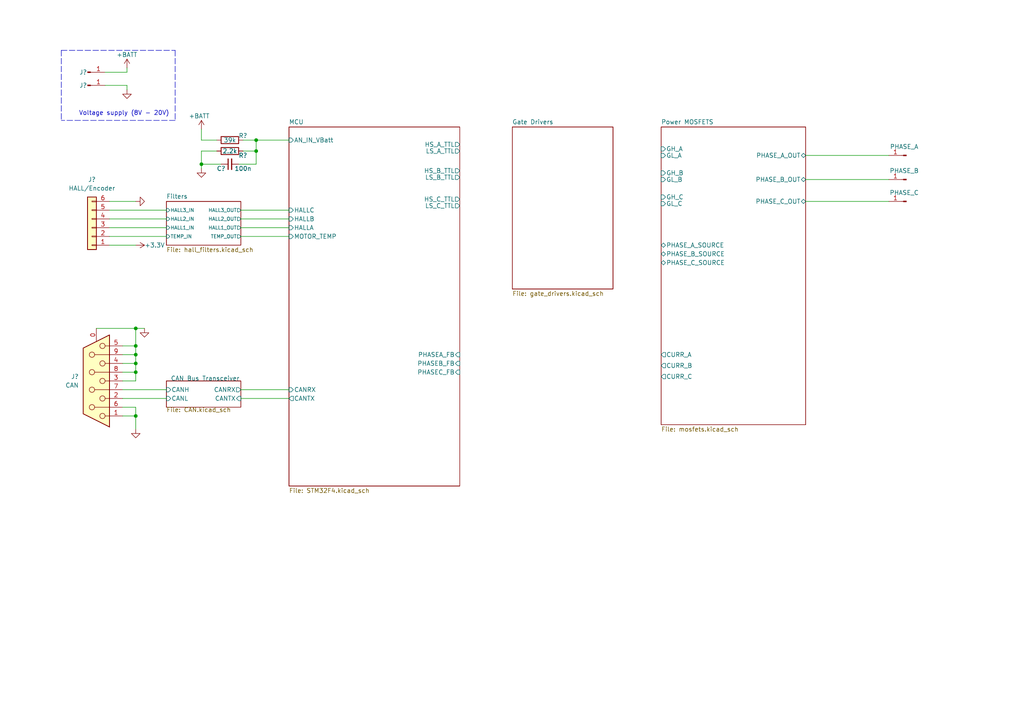
<source format=kicad_sch>
(kicad_sch (version 20211123) (generator eeschema)
  (paper "A4")
  (title_block (title "BLDC motor controller") (date "2022-12-11") (rev "1.0.0"))
  (lib_symbols
    (symbol "Connector:Conn_01x01_Male" (pin_names (offset 1.016) hide)
      (property "Reference" "J" (at 0 2.54 0))
      (property "Value" "Conn_01x01_Male" (at 0 -2.54 0))
      (symbol "Conn_01x01_Male_1_1"
        (polyline (pts (xy 1.27 0) (xy 0.8636 0)) (stroke (width 0.1524)))
        (rectangle (start 0.8636 0.127) (end 0 -0.127) (stroke (width 0.1524)) (fill (type outline)))
        (pin passive line (at 5.08 0 180) (length 3.81) (name "Pin_1") (number "1"))
      )
    )
    (symbol "Connector:DB9_Female_MountingHoles" (pin_names (offset 1.016) hide)
      (property "Reference" "J" (at 0 16.51 0))
      (property "Value" "DB9_Female_MountingHoles" (at 0 14.605 0))
      (symbol "DB9_Female_MountingHoles_0_1"
        (circle (center -1.778 -10.16) (radius 0.762))
        (circle (center -1.778 -5.08) (radius 0.762))
        (circle (center -1.778 0) (radius 0.762))
        (circle (center -1.778 5.08) (radius 0.762))
        (circle (center -1.778 10.16) (radius 0.762))
        (polyline (pts (xy -3.81 -10.16) (xy -2.54 -10.16)))
        (polyline (pts (xy -3.81 -7.62) (xy 0.508 -7.62)))
        (polyline (pts (xy -3.81 -5.08) (xy -2.54 -5.08)))
        (polyline (pts (xy -3.81 -2.54) (xy 0.508 -2.54)))
        (polyline (pts (xy -3.81 0) (xy -2.54 0)))
        (polyline (pts (xy -3.81 2.54) (xy 0.508 2.54)))
        (polyline (pts (xy -3.81 5.08) (xy -2.54 5.08)))
        (polyline (pts (xy -3.81 7.62) (xy 0.508 7.62)))
        (polyline (pts (xy -3.81 10.16) (xy -2.54 10.16)))
        (polyline (pts (xy -3.81 13.335) (xy -3.81 -13.335) (xy 3.81 -9.525) (xy 3.81 9.525) (xy -3.81 13.335)) (stroke (width 0.254)) (fill (type background)))
        (circle (center 1.27 -7.62) (radius 0.762))
        (circle (center 1.27 -2.54) (radius 0.762))
        (circle (center 1.27 2.54) (radius 0.762))
        (circle (center 1.27 7.62) (radius 0.762))
      )
      (symbol "DB9_Female_MountingHoles_1_1"
        (pin passive line (at 0 -15.24 90) (length 3.81) (name "PAD") (number "0"))
        (pin passive line (at -7.62 10.16 0) (length 3.81) (name "1") (number "1"))
        (pin passive line (at -7.62 5.08 0) (length 3.81) (name "2") (number "2"))
        (pin passive line (at -7.62 0 0) (length 3.81) (name "3") (number "3"))
        (pin passive line (at -7.62 -5.08 0) (length 3.81) (name "4") (number "4"))
        (pin passive line (at -7.62 -10.16 0) (length 3.81) (name "5") (number "5"))
        (pin passive line (at -7.62 7.62 0) (length 3.81) (name "6") (number "6"))
        (pin passive line (at -7.62 2.54 0) (length 3.81) (name "7") (number "7"))
        (pin passive line (at -7.62 -2.54 0) (length 3.81) (name "8") (number "8"))
        (pin passive line (at -7.62 -7.62 0) (length 3.81) (name "9") (number "9"))
      )
    )
    (symbol "Connector_Generic:Conn_01x06" (pin_names (offset 1.016) hide)
      (property "Reference" "J" (at 0 7.62 0))
      (property "Value" "Conn_01x06" (at 0 -10.16 0))
      (symbol "Conn_01x06_1_1"
        (rectangle (start -1.27 -7.493) (end 0 -7.747) (stroke (width 0.1524)))
        (rectangle (start -1.27 -4.953) (end 0 -5.207) (stroke (width 0.1524)))
        (rectangle (start -1.27 -2.413) (end 0 -2.667) (stroke (width 0.1524)))
        (rectangle (start -1.27 0.127) (end 0 -0.127) (stroke (width 0.1524)))
        (rectangle (start -1.27 2.667) (end 0 2.413) (stroke (width 0.1524)))
        (rectangle (start -1.27 5.207) (end 0 4.953) (stroke (width 0.1524)))
        (rectangle (start -1.27 6.35) (end 1.27 -8.89) (stroke (width 0.254)) (fill (type background)))
        (pin passive line (at -5.08 5.08 0) (length 3.81) (name "Pin_1") (number "1"))
        (pin passive line (at -5.08 2.54 0) (length 3.81) (name "Pin_2") (number "2"))
        (pin passive line (at -5.08 0 0) (length 3.81) (name "Pin_3") (number "3"))
        (pin passive line (at -5.08 -2.54 0) (length 3.81) (name "Pin_4") (number "4"))
        (pin passive line (at -5.08 -5.08 0) (length 3.81) (name "Pin_5") (number "5"))
        (pin passive line (at -5.08 -7.62 0) (length 3.81) (name "Pin_6") (number "6"))
      )
    )
    (symbol "Device:C_Small" (pin_numbers hide) (pin_names (offset 0.254) hide)
      (property "Reference" "C" (at 0.254 1.778 0))
      (property "Value" "C_Small" (at 0.254 -2.032 0))
      (symbol "C_Small_0_1"
        (polyline (pts (xy -1.524 -0.508) (xy 1.524 -0.508)) (stroke (width 0.3302)))
        (polyline (pts (xy -1.524 0.508) (xy 1.524 0.508)) (stroke (width 0.3048)))
      )
      (symbol "C_Small_1_1"
        (pin passive line (at 0 2.54 270) (length 2.032) (name "~") (number "1"))
        (pin passive line (at 0 -2.54 90) (length 2.032) (name "~") (number "2"))
      )
    )
    (symbol "Device:R" (pin_numbers hide) (pin_names (offset 0))
      (property "Reference" "R" (at 2.032 0 90))
      (property "Value" "R" (at 0 0 90))
      (symbol "R_0_1"
        (rectangle (start -1.016 -2.54) (end 1.016 2.54) (stroke (width 0.254)))
      )
      (symbol "R_1_1"
        (pin passive line (at 0 3.81 270) (length 1.27) (name "~") (number "1"))
        (pin passive line (at 0 -3.81 90) (length 1.27) (name "~") (number "2"))
      )
    )
    (symbol "power:+3.3V" (power) (pin_names (offset 0))
      (property "Value" "+3.3V" (at 0 3.556 0))
      (symbol "+3.3V_0_1"
        (polyline (pts (xy -0.762 1.27) (xy 0 2.54)))
        (polyline (pts (xy 0 0) (xy 0 2.54)))
        (polyline (pts (xy 0 2.54) (xy 0.762 1.27)))
      )
      (symbol "+3.3V_1_1"
        (pin power_in line (at 0 0 90) (length 0) hide (name "+3.3V") (number "1"))
      )
    )
    (symbol "power:+BATT" (power) (pin_names (offset 0))
      (property "Value" "+BATT" (at 0 3.556 0))
      (symbol "+BATT_0_1"
        (polyline (pts (xy -0.762 1.27) (xy 0 2.54)))
        (polyline (pts (xy 0 0) (xy 0 2.54)))
        (polyline (pts (xy 0 2.54) (xy 0.762 1.27)))
      )
      (symbol "+BATT_1_1"
        (pin power_in line (at 0 0 90) (length 0) hide (name "+BATT") (number "1"))
      )
    )
    (symbol "power:GND" (power) (pin_names (offset 0))
      (property "Value" "GND" (at 0 -3.81 0))
      (symbol "GND_0_1"
        (polyline (pts (xy 0 0) (xy 0 -1.27) (xy 1.27 -1.27) (xy 0 -2.54) (xy -1.27 -1.27) (xy 0 -1.27)))
      )
      (symbol "GND_1_1"
        (pin power_in line (at 0 0 270) (length 0) hide (name "GND") (number "1"))
      )
    )
  )
  (junction (at 39.37 102.87))
  (junction (at 39.37 95.25))
  (junction (at 58.42 47.625))
  (junction (at 39.37 120.65))
  (junction (at 39.37 100.33))
  (junction (at 39.37 107.95))
  (junction (at 39.37 105.41))
  (junction (at 74.295 40.64))
  (junction (at 74.295 43.815))
  (wire (pts (xy 35.56 107.95) (xy 39.37 107.95)))
  (wire (pts (xy 58.42 37.465) (xy 58.42 40.64)))
  (wire (pts (xy 39.37 107.95) (xy 39.37 105.41)))
  (wire (pts (xy 31.75 66.04) (xy 48.26 66.04)))
  (wire (pts (xy 31.75 68.58) (xy 48.26 68.58)))
  (wire (pts (xy 233.68 58.42) (xy 257.81 58.42)))
  (polyline (pts (xy 17.78 14.605) (xy 17.78 34.925)))
  (wire (pts (xy 35.56 110.49) (xy 39.37 110.49)))
  (wire (pts (xy 39.37 105.41) (xy 39.37 102.87)))
  (wire (pts (xy 58.42 47.625) (xy 64.135 47.625)))
  (wire (pts (xy 69.85 63.5) (xy 83.82 63.5)))
  (wire (pts (xy 58.42 43.815) (xy 62.865 43.815)))
  (wire (pts (xy 39.37 110.49) (xy 39.37 107.95)))
  (wire (pts (xy 35.56 118.11) (xy 39.37 118.11)))
  (wire (pts (xy 39.37 95.25) (xy 41.91 95.25)))
  (wire (pts (xy 39.37 120.65) (xy 35.56 120.65)))
  (wire (pts (xy 39.37 100.33) (xy 39.37 102.87)))
  (wire (pts (xy 69.215 47.625) (xy 74.295 47.625)))
  (wire (pts (xy 31.75 60.96) (xy 48.26 60.96)))
  (wire (pts (xy 30.48 24.765) (xy 36.83 24.765)))
  (wire (pts (xy 31.75 71.12) (xy 39.37 71.12)))
  (wire (pts (xy 70.485 43.815) (xy 74.295 43.815)))
  (wire (pts (xy 30.48 20.955) (xy 36.83 20.955)))
  (wire (pts (xy 31.75 58.42) (xy 39.37 58.42)))
  (wire (pts (xy 74.295 40.64) (xy 70.485 40.64)))
  (polyline (pts (xy 50.8 14.605) (xy 50.8 34.925)))
  (wire (pts (xy 36.83 24.765) (xy 36.83 26.035)))
  (polyline (pts (xy 17.78 14.605) (xy 50.8 14.605)))
  (wire (pts (xy 35.56 115.57) (xy 48.26 115.57)))
  (wire (pts (xy 69.85 60.96) (xy 83.82 60.96)))
  (wire (pts (xy 58.42 47.625) (xy 58.42 43.815)))
  (wire (pts (xy 39.37 120.65) (xy 39.37 124.46)))
  (wire (pts (xy 31.75 63.5) (xy 48.26 63.5)))
  (wire (pts (xy 69.85 113.03) (xy 83.82 113.03)))
  (wire (pts (xy 35.56 105.41) (xy 39.37 105.41)))
  (wire (pts (xy 69.85 68.58) (xy 83.82 68.58)))
  (wire (pts (xy 233.68 52.07) (xy 257.81 52.07)))
  (wire (pts (xy 233.68 45.085) (xy 257.81 45.085)))
  (wire (pts (xy 39.37 118.11) (xy 39.37 120.65)))
  (wire (pts (xy 74.295 40.64) (xy 83.82 40.64)))
  (wire (pts (xy 74.295 43.815) (xy 74.295 40.64)))
  (wire (pts (xy 69.85 115.57) (xy 83.82 115.57)))
  (wire (pts (xy 27.94 95.25) (xy 39.37 95.25)))
  (wire (pts (xy 35.56 113.03) (xy 48.26 113.03)))
  (wire (pts (xy 58.42 40.64) (xy 62.865 40.64)))
  (wire (pts (xy 74.295 47.625) (xy 74.295 43.815)))
  (polyline (pts (xy 50.8 34.925) (xy 17.78 34.925)))
  (wire (pts (xy 39.37 95.25) (xy 39.37 100.33)))
  (wire (pts (xy 58.42 48.895) (xy 58.42 47.625)))
  (wire (pts (xy 69.85 66.04) (xy 83.82 66.04)))
  (wire (pts (xy 35.56 100.33) (xy 39.37 100.33)))
  (wire (pts (xy 36.83 19.685) (xy 36.83 20.955)))
  (wire (pts (xy 39.37 102.87) (xy 35.56 102.87)))
  (text "Voltage supply (8V - 20V) " (at 22.86 33.655 0) (effects (font (size 1.27 1.27)) (justify left bottom)))
  (symbol (lib_id "power:+BATT") (at 58.42 37.465 0) (unit 1)
    (property "Reference" "#PWR?" (effects hide))
    (property "Value" "+BATT" (at 57.785 33.655 0))
  )
  (symbol (lib_id "Device:C_Small") (at 66.675 47.625 90) (unit 1)
    (property "Reference" "C?" (at 64.135 48.895 90))
    (property "Value" "100n" (at 70.485 48.895 90))
  )
  (symbol (lib_id "Connector:Conn_01x01_Male") (at 262.89 58.42 180) (unit 1)
    (property "Reference" "J?" (effects hide))
    (property "Value" "PHASE_C" (at 262.255 55.88 0))
  )
  (symbol (lib_id "Connector_Generic:Conn_01x06") (at 26.67 66.04 180) (unit 1)
    (property "Reference" "J?" (at 26.67 52.07 0))
    (property "Value" "HALL/Encoder" (at 26.67 54.61 0))
  )
  (symbol (lib_id "Connector:Conn_01x01_Male") (at 25.4 20.955 0) (unit 1)
    (property "Reference" "J?" (at 24.13 20.955 0))
    (property "Value" "VBATT" (effects hide))
  )
  (symbol (lib_id "Device:R") (at 66.675 40.64 90) (unit 1)
    (property "Reference" "R?" (at 70.485 39.37 90))
    (property "Value" "39k" (at 66.675 40.64 90))
  )
  (symbol (lib_id "Connector:Conn_01x01_Male") (at 262.89 52.07 180) (unit 1)
    (property "Reference" "J?" (effects hide))
    (property "Value" "PHASE_B" (at 262.255 49.53 0))
  )
  (symbol (lib_id "power:+BATT") (at 36.83 19.685 0) (unit 1)
    (property "Reference" "#PWRBATT" (effects hide))
    (property "Value" "+BATT" (at 36.83 15.875 0))
  )
  (symbol (lib_id "power:GND") (at 58.42 48.895 0) (unit 1)
    (property "Reference" "#PWR?" (effects hide))
    (property "Value" "GND" (effects hide))
  )
  (symbol (lib_id "power:GND") (at 36.83 26.035 0) (unit 1)
    (property "Reference" "#GND" (effects hide))
    (property "Value" "GND" (effects hide))
  )
  (symbol (lib_id "Connector:Conn_01x01_Male") (at 25.4 24.765 0) (unit 1)
    (property "Reference" "J?" (at 24.13 24.765 0))
    (property "Value" "GND" (effects hide))
  )
  (symbol (lib_id "power:GND") (at 39.37 124.46 0) (unit 1)
    (property "Reference" "#GND" (effects hide))
    (property "Value" "GND" (effects hide))
  )
  (symbol (lib_id "power:+3.3V") (at 39.37 71.12 270) (unit 1)
    (property "Reference" "#PWR3.3" (effects hide))
    (property "Value" "+3.3V" (at 41.91 71.12 90) (effects (justify left)))
  )
  (symbol (lib_id "Connector:Conn_01x01_Male") (at 262.89 45.085 180) (unit 1)
    (property "Reference" "J?" (effects hide))
    (property "Value" "PHASE_A" (at 262.255 42.545 0))
  )
  (symbol (lib_id "Device:R") (at 66.675 43.815 90) (unit 1)
    (property "Reference" "R?" (at 70.485 45.085 90))
    (property "Value" "2.2k" (at 66.675 43.815 90))
  )
  (symbol (lib_id "Connector:DB9_Female_MountingHoles") (at 27.94 110.49 180) (unit 1)
    (property "Reference" "J?" (at 22.86 109.2199 0) (effects (justify left)))
    (property "Value" "CAN" (at 22.86 111.7599 0) (effects (justify left)))
    (property "Datasheet" " ~" (effects hide))
  )
  (symbol (lib_id "power:GND") (at 39.37 58.42 90) (unit 1)
    (property "Reference" "#GND" (effects hide))
    (property "Value" "GND" (effects hide))
  )
  (symbol (lib_id "power:GND") (at 41.91 95.25 0) (unit 1)
    (property "Reference" "#GND" (effects hide))
    (property "Value" "GND" (effects hide))
  )
  (sheet (at 48.26 58.42) (size 21.59 12.7) (stroke (width 0.1524))
    (property "Sheet name" "Filters" (at 48.26 57.7084 0) (effects (justify left bottom)))
    (property "Sheet file" "hall_filters.kicad_sch" (at 48.26 71.7046 0) (effects (justify left top)))
    (pin "HALL2_IN" input (at 48.26 63.5 180) (effects (font (size 1 1))))
    (pin "TEMP_IN" input (at 48.26 68.58 180) (effects (font (size 1 1))))
    (pin "HALL3_IN" input (at 48.26 60.96 180) (effects (font (size 1 1))))
    (pin "HALL1_IN" input (at 48.26 66.04 180) (effects (font (size 1 1))))
    (pin "HALL3_OUT" output (at 69.85 60.96 0) (effects (font (size 1 1))))
    (pin "HALL2_OUT" output (at 69.85 63.5 0) (effects (font (size 1 1))))
    (pin "TEMP_OUT" output (at 69.85 68.58 0) (effects (font (size 1 1))))
    (pin "HALL1_OUT" output (at 69.85 66.04 0) (effects (font (size 1 1))))
  )
  (sheet (at 191.77 36.83) (size 41.91 86.36) (stroke (width 0.1524))
    (property "Sheet name" "Power MOSFETS" (at 191.77 36.1184 0) (effects (justify left bottom)))
    (property "Sheet file" "mosfets.kicad_sch" (at 191.77 123.7746 0) (effects (justify left top)))
    (pin "PHASE_B_OUT" bidirectional (at 233.68 52.07 0))
    (pin "CURR_C" output (at 191.77 109.22 180))
    (pin "PHASE_C_SOURCE" bidirectional (at 191.77 76.2 180))
    (pin "PHASE_B_SOURCE" bidirectional (at 191.77 73.66 180))
    (pin "CURR_B" output (at 191.77 106.045 180))
    (pin "PHASE_A_SOURCE" bidirectional (at 191.77 71.12 180))
    (pin "PHASE_A_OUT" bidirectional (at 233.68 45.085 0))
    (pin "CURR_A" output (at 191.77 102.87 180))
    (pin "GL_C" input (at 191.77 59.055 180))
    (pin "GH_C" input (at 191.77 57.15 180))
    (pin "PHASE_C_OUT" bidirectional (at 233.68 58.42 0))
    (pin "GH_B" input (at 191.77 50.165 180))
    (pin "GL_B" input (at 191.77 52.07 180))
    (pin "GH_A" input (at 191.77 43.18 180))
    (pin "GL_A" input (at 191.77 45.085 180))
  )
  (sheet (at 83.82 36.83) (size 49.53 104.14) (stroke (width 0.1524))
    (property "Sheet name" "MCU" (at 83.82 36.1184 0) (effects (justify left bottom)))
    (property "Sheet file" "STM32F4.kicad_sch" (at 83.82 141.5546 0) (effects (justify left top)))
    (pin "AN_IN_VBatt" input (at 83.82 40.64 180))
    (pin "CANRX" input (at 83.82 113.03 180))
    (pin "CANTX" output (at 83.82 115.57 180))
    (pin "HALLB" input (at 83.82 63.5 180))
    (pin "LS_B_TTL" output (at 133.35 51.435 0))
    (pin "LS_C_TTL" output (at 133.35 59.69 0))
    (pin "PHASEC_FB" input (at 133.35 107.95 0))
    (pin "HS_A_TTL" output (at 133.35 41.91 0))
    (pin "HS_B_TTL" output (at 133.35 49.53 0))
    (pin "HS_C_TTL" output (at 133.35 57.785 0))
    (pin "PHASEB_FB" input (at 133.35 105.41 0))
    (pin "HALLA" input (at 83.82 66.04 180))
    (pin "HALLC" input (at 83.82 60.96 180))
    (pin "LS_A_TTL" output (at 133.35 43.815 0))
    (pin "PHASEA_FB" input (at 133.35 102.87 0))
    (pin "MOTOR_TEMP" input (at 83.82 68.58 180))
  )
  (sheet (at 148.59 36.83) (size 29.21 46.99) (stroke (width 0.1524))
    (property "Sheet name" "Gate Drivers" (at 148.59 36.1184 0) (effects (justify left bottom)))
    (property "Sheet file" "gate_drivers.kicad_sch" (at 148.59 84.4046 0) (effects (justify left top)))
  )
  (sheet (at 48.26 110.49) (size 21.59 7.62) (stroke (width 0.1524))
    (property "Sheet name" "CAN Bus Transceiver" (at 49.53 110.49 0) (effects (justify left bottom)))
    (property "Sheet file" "CAN.kicad_sch" (at 48.26 118.11 0) (effects (justify left top)))
    (pin "CANH" input (at 48.26 113.03 180))
    (pin "CANL" input (at 48.26 115.57 180))
    (pin "CANRX" output (at 69.85 113.03 0))
    (pin "CANTX" input (at 69.85 115.57 0))
  )
)
</source>
